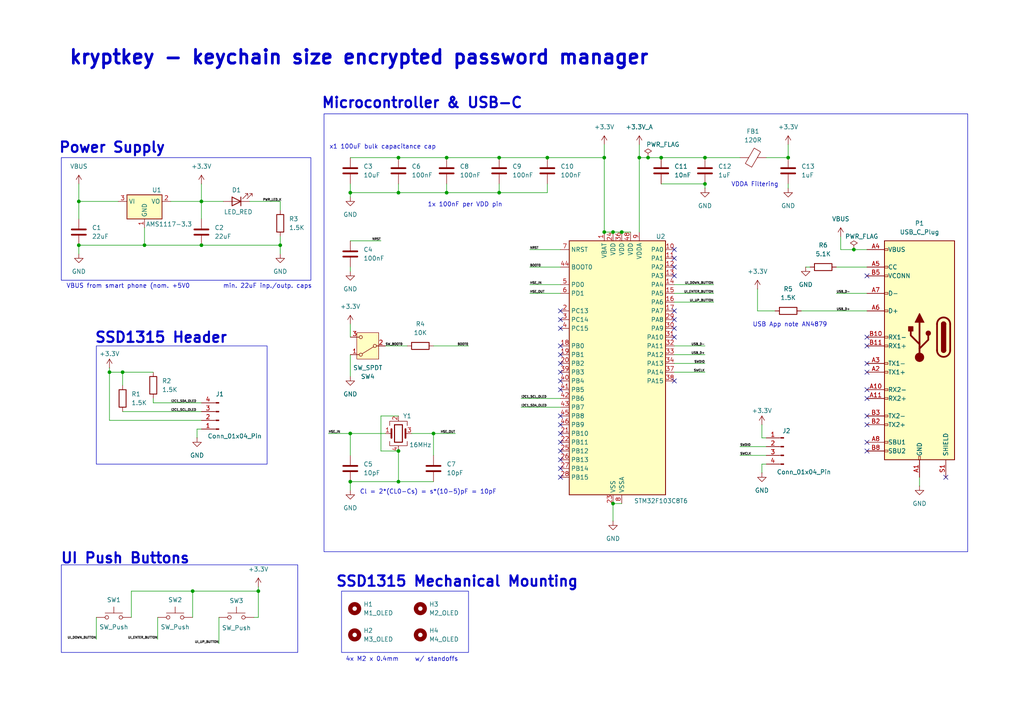
<source format=kicad_sch>
(kicad_sch (version 20231120) (generator "eeschema") (generator_version "8.0")
  (paper "A4")
  (title_block (title "kryptkey ") (date "2024-09-20") (rev "v0.1") (company "A.Q.Snyder"))
  (lib_symbols
    (symbol "Connector:Conn_01x04_Pin" (pin_names (offset 1.016) hide)
      (property "Reference" "J" (at 0 5.08 0))
      (property "Value" "Conn_01x04_Pin" (at 0 -7.62 0))
      (symbol "Conn_01x04_Pin_1_1"
        (polyline (pts (xy 1.27 -5.08) (xy 0.8636 -5.08)) (stroke (width 0.1524)))
        (polyline (pts (xy 1.27 -2.54) (xy 0.8636 -2.54)) (stroke (width 0.1524)))
        (polyline (pts (xy 1.27 0) (xy 0.8636 0)) (stroke (width 0.1524)))
        (polyline (pts (xy 1.27 2.54) (xy 0.8636 2.54)) (stroke (width 0.1524)))
        (rectangle (start 0.8636 -4.953) (end 0 -5.207) (stroke (width 0.1524)) (fill (type outline)))
        (rectangle (start 0.8636 -2.413) (end 0 -2.667) (stroke (width 0.1524)) (fill (type outline)))
        (rectangle (start 0.8636 0.127) (end 0 -0.127) (stroke (width 0.1524)) (fill (type outline)))
        (rectangle (start 0.8636 2.667) (end 0 2.413) (stroke (width 0.1524)) (fill (type outline)))
        (pin passive line (at 5.08 2.54 180) (length 3.81) (name "Pin_1") (number "1"))
        (pin passive line (at 5.08 0 180) (length 3.81) (name "Pin_2") (number "2"))
        (pin passive line (at 5.08 -2.54 180) (length 3.81) (name "Pin_3") (number "3"))
        (pin passive line (at 5.08 -5.08 180) (length 3.81) (name "Pin_4") (number "4"))
      )
    )
    (symbol "Connector:USB_C_Plug" (pin_names (offset 1.016))
      (property "Reference" "P" (at -10.16 29.21 0))
      (property "Value" "USB_C_Plug" (at 10.16 29.21 0))
      (symbol "USB_C_Plug_0_0"
        (rectangle (start -0.254 -35.56) (end 0.254 -34.544))
        (rectangle (start 10.16 -32.766) (end 9.144 -33.274))
        (rectangle (start 10.16 -30.226) (end 9.144 -30.734))
        (rectangle (start 10.16 -25.146) (end 9.144 -25.654))
        (rectangle (start 10.16 -22.606) (end 9.144 -23.114))
        (rectangle (start 10.16 -17.526) (end 9.144 -18.034))
        (rectangle (start 10.16 -14.986) (end 9.144 -15.494))
        (rectangle (start 10.16 -9.906) (end 9.144 -10.414))
        (rectangle (start 10.16 -7.366) (end 9.144 -7.874))
        (rectangle (start 10.16 -2.286) (end 9.144 -2.794))
        (rectangle (start 10.16 0.254) (end 9.144 -0.254))
        (rectangle (start 10.16 7.874) (end 9.144 7.366))
        (rectangle (start 10.16 12.954) (end 9.144 12.446))
        (rectangle (start 10.16 18.034) (end 9.144 17.526))
        (rectangle (start 10.16 20.574) (end 9.144 20.066))
        (rectangle (start 10.16 25.654) (end 9.144 25.146))
      )
      (symbol "USB_C_Plug_0_1"
        (rectangle (start -10.16 27.94) (end 10.16 -35.56) (stroke (width 0.254)) (fill (type background)))
        (arc (start -8.89 -3.81) (mid -6.985 -5.7067) (end -5.08 -3.81) (stroke (width 0.508)))
        (arc (start -7.62 -3.81) (mid -6.985 -4.4423) (end -6.35 -3.81) (stroke (width 0.254)))
        (arc (start -7.62 -3.81) (mid -6.985 -4.4423) (end -6.35 -3.81) (stroke (width 0.254)) (fill (type outline)))
        (rectangle (start -7.62 -3.81) (end -6.35 3.81) (stroke (width 0.254)) (fill (type outline)))
        (arc (start -6.35 3.81) (mid -6.985 4.4423) (end -7.62 3.81) (stroke (width 0.254)))
        (arc (start -6.35 3.81) (mid -6.985 4.4423) (end -7.62 3.81) (stroke (width 0.254)) (fill (type outline)))
        (arc (start -5.08 3.81) (mid -6.985 5.7067) (end -8.89 3.81) (stroke (width 0.508)))
        (polyline (pts (xy -8.89 -3.81) (xy -8.89 3.81)) (stroke (width 0.508)))
        (polyline (pts (xy -5.08 3.81) (xy -5.08 -3.81)) (stroke (width 0.508)))
      )
      (symbol "USB_C_Plug_1_1"
        (circle (center -2.54 1.143) (radius 0.635) (stroke (width 0.254)) (fill (type outline)))
        (circle (center 0 -5.842) (radius 1.27) (fill (type outline)))
        (polyline (pts (xy 0 -5.842) (xy 0 4.318)) (stroke (width 0.508)))
        (polyline (pts (xy 0 -3.302) (xy -2.54 -0.762) (xy -2.54 0.508)) (stroke (width 0.508)))
        (polyline (pts (xy 0 -2.032) (xy 2.54 0.508) (xy 2.54 1.778)) (stroke (width 0.508)))
        (polyline (pts (xy -1.27 4.318) (xy 0 6.858) (xy 1.27 4.318) (xy -1.27 4.318)) (stroke (width 0.254)) (fill (type outline)))
        (rectangle (start 1.905 1.778) (end 3.175 3.048) (stroke (width 0.254)) (fill (type outline)))
        (pin passive line (at 0 -40.64 90) (length 5.08) (name "GND") (number "A1"))
        (pin bidirectional line (at 15.24 -15.24 180) (length 5.08) (name "RX2-") (number "A10"))
        (pin bidirectional line (at 15.24 -17.78 180) (length 5.08) (name "RX2+") (number "A11"))
        (pin passive line (at 0 -40.64 90) (length 5.08) hide (name "GND") (number "A12"))
        (pin bidirectional line (at 15.24 -10.16 180) (length 5.08) (name "TX1+") (number "A2"))
        (pin bidirectional line (at 15.24 -7.62 180) (length 5.08) (name "TX1-") (number "A3"))
        (pin passive line (at 15.24 25.4 180) (length 5.08) (name "VBUS") (number "A4"))
        (pin bidirectional line (at 15.24 20.32 180) (length 5.08) (name "CC") (number "A5"))
        (pin bidirectional line (at 15.24 7.62 180) (length 5.08) (name "D+") (number "A6"))
        (pin bidirectional line (at 15.24 12.7 180) (length 5.08) (name "D-") (number "A7"))
        (pin bidirectional line (at 15.24 -30.48 180) (length 5.08) (name "SBU1") (number "A8"))
        (pin passive line (at 15.24 25.4 180) (length 5.08) hide (name "VBUS") (number "A9"))
        (pin passive line (at 0 -40.64 90) (length 5.08) hide (name "GND") (number "B1"))
        (pin bidirectional line (at 15.24 0 180) (length 5.08) (name "RX1-") (number "B10"))
        (pin bidirectional line (at 15.24 -2.54 180) (length 5.08) (name "RX1+") (number "B11"))
        (pin passive line (at 0 -40.64 90) (length 5.08) hide (name "GND") (number "B12"))
        (pin bidirectional line (at 15.24 -25.4 180) (length 5.08) (name "TX2+") (number "B2"))
        (pin bidirectional line (at 15.24 -22.86 180) (length 5.08) (name "TX2-") (number "B3"))
        (pin passive line (at 15.24 25.4 180) (length 5.08) hide (name "VBUS") (number "B4"))
        (pin bidirectional line (at 15.24 17.78 180) (length 5.08) (name "VCONN") (number "B5"))
        (pin bidirectional line (at 15.24 -33.02 180) (length 5.08) (name "SBU2") (number "B8"))
        (pin passive line (at 15.24 25.4 180) (length 5.08) hide (name "VBUS") (number "B9"))
        (pin passive line (at -7.62 -40.64 90) (length 5.08) (name "SHIELD") (number "S1"))
      )
    )
    (symbol "Device:C" (pin_numbers hide) (pin_names (offset 0.254))
      (property "Reference" "C" (at 0.635 2.54 0))
      (property "Value" "C" (at 0.635 -2.54 0))
      (symbol "C_0_1"
        (polyline (pts (xy -2.032 -0.762) (xy 2.032 -0.762)) (stroke (width 0.508)))
        (polyline (pts (xy -2.032 0.762) (xy 2.032 0.762)) (stroke (width 0.508)))
      )
      (symbol "C_1_1"
        (pin passive line (at 0 3.81 270) (length 2.794) (name "~") (number "1"))
        (pin passive line (at 0 -3.81 90) (length 2.794) (name "~") (number "2"))
      )
    )
    (symbol "Device:Crystal_GND24" (pin_names (offset 1.016) hide)
      (property "Reference" "Y" (at 3.175 5.08 0))
      (property "Value" "Crystal_GND24" (at 3.175 3.175 0))
      (symbol "Crystal_GND24_0_1"
        (rectangle (start -1.143 2.54) (end 1.143 -2.54) (stroke (width 0.3048)))
        (polyline (pts (xy -2.54 0) (xy -2.032 0)))
        (polyline (pts (xy -2.032 -1.27) (xy -2.032 1.27)) (stroke (width 0.508)))
        (polyline (pts (xy 0 -3.81) (xy 0 -3.556)))
        (polyline (pts (xy 0 3.556) (xy 0 3.81)))
        (polyline (pts (xy 2.032 -1.27) (xy 2.032 1.27)) (stroke (width 0.508)))
        (polyline (pts (xy 2.032 0) (xy 2.54 0)))
        (polyline (pts (xy -2.54 -2.286) (xy -2.54 -3.556) (xy 2.54 -3.556) (xy 2.54 -2.286)))
        (polyline (pts (xy -2.54 2.286) (xy -2.54 3.556) (xy 2.54 3.556) (xy 2.54 2.286)))
      )
      (symbol "Crystal_GND24_1_1"
        (pin passive line (at -3.81 0 0) (length 1.27) (name "1") (number "1"))
        (pin passive line (at 0 5.08 270) (length 1.27) (name "2") (number "2"))
        (pin passive line (at 3.81 0 180) (length 1.27) (name "3") (number "3"))
        (pin passive line (at 0 -5.08 90) (length 1.27) (name "4") (number "4"))
      )
    )
    (symbol "Device:FerriteBead" (pin_numbers hide) (pin_names (offset 0))
      (property "Reference" "FB" (at -3.81 0.635 90))
      (property "Value" "FerriteBead" (at 3.81 0 90))
      (symbol "FerriteBead_0_1"
        (polyline (pts (xy 0 -1.27) (xy 0 -1.2192)))
        (polyline (pts (xy 0 1.27) (xy 0 1.2954)))
        (polyline (pts (xy -2.7686 0.4064) (xy -1.7018 2.2606) (xy 2.7686 -0.3048) (xy 1.6764 -2.159) (xy -2.7686 0.4064)))
      )
      (symbol "FerriteBead_1_1"
        (pin passive line (at 0 3.81 270) (length 2.54) (name "~") (number "1"))
        (pin passive line (at 0 -3.81 90) (length 2.54) (name "~") (number "2"))
      )
    )
    (symbol "Device:LED" (pin_numbers hide) (pin_names (offset 1.016) hide)
      (property "Reference" "D" (at 0 2.54 0))
      (property "Value" "LED" (at 0 -2.54 0))
      (symbol "LED_0_1"
        (polyline (pts (xy -1.27 -1.27) (xy -1.27 1.27)) (stroke (width 0.254)))
        (polyline (pts (xy -1.27 0) (xy 1.27 0)))
        (polyline (pts (xy 1.27 -1.27) (xy 1.27 1.27) (xy -1.27 0) (xy 1.27 -1.27)) (stroke (width 0.254)))
        (polyline (pts (xy -3.048 -0.762) (xy -4.572 -2.286) (xy -3.81 -2.286) (xy -4.572 -2.286) (xy -4.572 -1.524)))
        (polyline (pts (xy -1.778 -0.762) (xy -3.302 -2.286) (xy -2.54 -2.286) (xy -3.302 -2.286) (xy -3.302 -1.524)))
      )
      (symbol "LED_1_1"
        (pin passive line (at -3.81 0 0) (length 2.54) (name "K") (number "1"))
        (pin passive line (at 3.81 0 180) (length 2.54) (name "A") (number "2"))
      )
    )
    (symbol "Device:R" (pin_numbers hide) (pin_names (offset 0))
      (property "Reference" "R" (at 2.032 0 90))
      (property "Value" "R" (at 0 0 90))
      (symbol "R_0_1"
        (rectangle (start -1.016 -2.54) (end 1.016 2.54) (stroke (width 0.254)))
      )
      (symbol "R_1_1"
        (pin passive line (at 0 3.81 270) (length 1.27) (name "~") (number "1"))
        (pin passive line (at 0 -3.81 90) (length 1.27) (name "~") (number "2"))
      )
    )
    (symbol "MCU_ST_STM32F1:STM32F103C8Tx"
      (property "Reference" "U" (at -12.7 39.37 0))
      (property "Value" "STM32F103C8Tx" (at 10.16 39.37 0))
      (symbol "STM32F103C8Tx_0_1"
        (rectangle (start -12.7 -35.56) (end 15.24 38.1) (stroke (width 0.254)) (fill (type background)))
      )
      (symbol "STM32F103C8Tx_1_1"
        (pin power_in line (at -2.54 40.64 270) (length 2.54) (name "VBAT") (number "1"))
        (pin bidirectional line (at 17.78 35.56 180) (length 2.54) (name "PA0") (number "10"))
        (pin bidirectional line (at 17.78 33.02 180) (length 2.54) (name "PA1") (number "11"))
        (pin bidirectional line (at 17.78 30.48 180) (length 2.54) (name "PA2") (number "12"))
        (pin bidirectional line (at 17.78 27.94 180) (length 2.54) (name "PA3") (number "13"))
        (pin bidirectional line (at 17.78 25.4 180) (length 2.54) (name "PA4") (number "14"))
        (pin bidirectional line (at 17.78 22.86 180) (length 2.54) (name "PA5") (number "15"))
        (pin bidirectional line (at 17.78 20.32 180) (length 2.54) (name "PA6") (number "16"))
        (pin bidirectional line (at 17.78 17.78 180) (length 2.54) (name "PA7") (number "17"))
        (pin bidirectional line (at -15.24 7.62 0) (length 2.54) (name "PB0") (number "18"))
        (pin bidirectional line (at -15.24 5.08 0) (length 2.54) (name "PB1") (number "19"))
        (pin bidirectional line (at -15.24 17.78 0) (length 2.54) (name "PC13") (number "2"))
        (pin bidirectional line (at -15.24 2.54 0) (length 2.54) (name "PB2") (number "20"))
        (pin bidirectional line (at -15.24 -17.78 0) (length 2.54) (name "PB10") (number "21"))
        (pin bidirectional line (at -15.24 -20.32 0) (length 2.54) (name "PB11") (number "22"))
        (pin power_in line (at 0 -38.1 90) (length 2.54) (name "VSS") (number "23"))
        (pin power_in line (at 0 40.64 270) (length 2.54) (name "VDD") (number "24"))
        (pin bidirectional line (at -15.24 -22.86 0) (length 2.54) (name "PB12") (number "25"))
        (pin bidirectional line (at -15.24 -25.4 0) (length 2.54) (name "PB13") (number "26"))
        (pin bidirectional line (at -15.24 -27.94 0) (length 2.54) (name "PB14") (number "27"))
        (pin bidirectional line (at -15.24 -30.48 0) (length 2.54) (name "PB15") (number "28"))
        (pin bidirectional line (at 17.78 15.24 180) (length 2.54) (name "PA8") (number "29"))
        (pin bidirectional line (at -15.24 15.24 0) (length 2.54) (name "PC14") (number "3"))
        (pin bidirectional line (at 17.78 12.7 180) (length 2.54) (name "PA9") (number "30"))
        (pin bidirectional line (at 17.78 10.16 180) (length 2.54) (name "PA10") (number "31"))
        (pin bidirectional line (at 17.78 7.62 180) (length 2.54) (name "PA11") (number "32"))
        (pin bidirectional line (at 17.78 5.08 180) (length 2.54) (name "PA12") (number "33"))
        (pin bidirectional line (at 17.78 2.54 180) (length 2.54) (name "PA13") (number "34"))
        (pin passive line (at 0 -38.1 90) (length 2.54) hide (name "VSS") (number "35"))
        (pin power_in line (at 2.54 40.64 270) (length 2.54) (name "VDD") (number "36"))
        (pin bidirectional line (at 17.78 0 180) (length 2.54) (name "PA14") (number "37"))
        (pin bidirectional line (at 17.78 -2.54 180) (length 2.54) (name "PA15") (number "38"))
        (pin bidirectional line (at -15.24 0 0) (length 2.54) (name "PB3") (number "39"))
        (pin bidirectional line (at -15.24 12.7 0) (length 2.54) (name "PC15") (number "4"))
        (pin bidirectional line (at -15.24 -2.54 0) (length 2.54) (name "PB4") (number "40"))
        (pin bidirectional line (at -15.24 -5.08 0) (length 2.54) (name "PB5") (number "41"))
        (pin bidirectional line (at -15.24 -7.62 0) (length 2.54) (name "PB6") (number "42"))
        (pin bidirectional line (at -15.24 -10.16 0) (length 2.54) (name "PB7") (number "43"))
        (pin input line (at -15.24 30.48 0) (length 2.54) (name "BOOT0") (number "44"))
        (pin bidirectional line (at -15.24 -12.7 0) (length 2.54) (name "PB8") (number "45"))
        (pin bidirectional line (at -15.24 -15.24 0) (length 2.54) (name "PB9") (number "46"))
        (pin passive line (at 0 -38.1 90) (length 2.54) hide (name "VSS") (number "47"))
        (pin power_in line (at 5.08 40.64 270) (length 2.54) (name "VDD") (number "48"))
        (pin bidirectional line (at -15.24 25.4 0) (length 2.54) (name "PD0") (number "5"))
        (pin bidirectional line (at -15.24 22.86 0) (length 2.54) (name "PD1") (number "6"))
        (pin input line (at -15.24 35.56 0) (length 2.54) (name "NRST") (number "7"))
        (pin power_in line (at 2.54 -38.1 90) (length 2.54) (name "VSSA") (number "8"))
        (pin power_in line (at 7.62 40.64 270) (length 2.54) (name "VDDA") (number "9"))
      )
    )
    (symbol "Mechanical:MountingHole" (pin_names (offset 1.016)) (exclude_from_sim yes) (in_bom no)
      (property "Reference" "H" (at 0 5.08 0))
      (property "Value" "MountingHole" (at 0 3.175 0))
      (symbol "MountingHole_0_1"
        (circle (center 0 0) (radius 1.27) (stroke (width 1.27)))
      )
    )
    (symbol "Regulator_Linear:AMS1117-3.3"
      (property "Reference" "U" (at -3.81 3.175 0))
      (property "Value" "AMS1117-3.3" (at 0 3.175 0))
      (symbol "AMS1117-3.3_0_1"
        (rectangle (start -5.08 -5.08) (end 5.08 1.905) (stroke (width 0.254)) (fill (type background)))
      )
      (symbol "AMS1117-3.3_1_1"
        (pin power_in line (at 0 -7.62 90) (length 2.54) (name "GND") (number "1"))
        (pin power_out line (at 7.62 0 180) (length 2.54) (name "VO") (number "2"))
        (pin power_in line (at -7.62 0 0) (length 2.54) (name "VI") (number "3"))
      )
    )
    (symbol "Switch:SW_Push" (pin_numbers hide) (pin_names (offset 1.016) hide)
      (property "Reference" "SW" (at 1.27 2.54 0))
      (property "Value" "SW_Push" (at 0 -1.524 0))
      (symbol "SW_Push_0_1"
        (circle (center -2.032 0) (radius 0.508))
        (polyline (pts (xy 0 1.27) (xy 0 3.048)))
        (polyline (pts (xy 2.54 1.27) (xy -2.54 1.27)))
        (circle (center 2.032 0) (radius 0.508))
        (pin passive line (at -5.08 0 0) (length 2.54) (name "1") (number "1"))
        (pin passive line (at 5.08 0 180) (length 2.54) (name "2") (number "2"))
      )
    )
    (symbol "Switch:SW_SPDT" (pin_names (offset 0) hide)
      (property "Reference" "SW" (at 0 5.08 0))
      (property "Value" "SW_SPDT" (at 0 -5.08 0))
      (symbol "SW_SPDT_0_1"
        (circle (center -2.032 0) (radius 0.4572))
        (polyline (pts (xy -1.651 0.254) (xy 1.651 2.286)))
        (circle (center 2.032 -2.54) (radius 0.4572))
        (circle (center 2.032 2.54) (radius 0.4572))
      )
      (symbol "SW_SPDT_1_1"
        (rectangle (start -3.175 3.81) (end 3.175 -3.81) (fill (type background)))
        (pin passive line (at 5.08 2.54 180) (length 2.54) (name "A") (number "1"))
        (pin passive line (at -5.08 0 0) (length 2.54) (name "B") (number "2"))
        (pin passive line (at 5.08 -2.54 180) (length 2.54) (name "C") (number "3"))
      )
    )
    (symbol "power:+3.3V" (power) (pin_numbers hide) (pin_names (offset 0) hide)
      (property "Value" "+3.3V" (at 0 3.556 0))
      (symbol "+3.3V_0_1"
        (polyline (pts (xy -0.762 1.27) (xy 0 2.54)))
        (polyline (pts (xy 0 0) (xy 0 2.54)))
        (polyline (pts (xy 0 2.54) (xy 0.762 1.27)))
      )
      (symbol "+3.3V_1_1"
        (pin power_in line (at 0 0 90) (length 0) (name "~") (number "1"))
      )
    )
    (symbol "power:GND" (power) (pin_numbers hide) (pin_names (offset 0) hide)
      (property "Value" "GND" (at 0 -3.81 0))
      (symbol "GND_0_1"
        (polyline (pts (xy 0 0) (xy 0 -1.27) (xy 1.27 -1.27) (xy 0 -2.54) (xy -1.27 -1.27) (xy 0 -1.27)))
      )
      (symbol "GND_1_1"
        (pin power_in line (at 0 0 270) (length 0) (name "~") (number "1"))
      )
    )
    (symbol "power:PWR_FLAG" (power) (pin_numbers hide) (pin_names (offset 0) hide)
      (property "Value" "PWR_FLAG" (at 0 3.81 0))
      (symbol "PWR_FLAG_0_0"
        (pin power_out line (at 0 0 90) (length 0) (name "~") (number "1"))
      )
      (symbol "PWR_FLAG_0_1"
        (polyline (pts (xy 0 0) (xy 0 1.27) (xy -1.016 1.905) (xy 0 2.54) (xy 1.016 1.905) (xy 0 1.27)))
      )
    )
    (symbol "power:VBUS" (power) (pin_numbers hide) (pin_names (offset 0) hide)
      (property "Value" "VBUS" (at 0 3.556 0))
      (symbol "VBUS_0_1"
        (polyline (pts (xy -0.762 1.27) (xy 0 2.54)))
        (polyline (pts (xy 0 0) (xy 0 2.54)))
        (polyline (pts (xy 0 2.54) (xy 0.762 1.27)))
      )
      (symbol "VBUS_1_1"
        (pin power_in line (at 0 0 90) (length 0) (name "~") (number "1"))
      )
    )
  )
  (junction (at 125.73 125.73))
  (junction (at 81.28 71.12))
  (junction (at 41.91 71.12))
  (junction (at 144.78 55.88))
  (junction (at 74.93 171.45))
  (junction (at 191.77 45.72))
  (junction (at 185.42 45.72))
  (junction (at 101.6 125.73))
  (junction (at 22.86 58.42))
  (junction (at 101.6 139.7))
  (junction (at 247.65 72.39))
  (junction (at 31.75 107.95))
  (junction (at 204.47 45.72))
  (junction (at 22.86 71.12))
  (junction (at 115.57 55.88))
  (junction (at 115.57 139.7))
  (junction (at 144.78 45.72))
  (junction (at 129.54 55.88))
  (junction (at 187.96 45.72))
  (junction (at 58.42 71.12))
  (junction (at 180.34 67.31))
  (junction (at 175.26 45.72))
  (junction (at 101.6 55.88))
  (junction (at 228.6 45.72))
  (junction (at 175.26 67.31))
  (junction (at 115.57 45.72))
  (junction (at 204.47 53.34))
  (junction (at 177.8 146.05))
  (junction (at 115.57 130.81))
  (junction (at 58.42 58.42))
  (junction (at 55.88 171.45))
  (junction (at 158.75 45.72))
  (junction (at 129.54 45.72))
  (junction (at 177.8 67.31))
  (junction (at 35.56 107.95))
  (no_connect (at 195.58 77.47))
  (no_connect (at 162.56 95.25))
  (no_connect (at 162.56 128.27))
  (no_connect (at 251.46 115.57))
  (no_connect (at 195.58 80.01))
  (no_connect (at 162.56 113.03))
  (no_connect (at 251.46 97.79))
  (no_connect (at 162.56 90.17))
  (no_connect (at 162.56 138.43))
  (no_connect (at 251.46 80.01))
  (no_connect (at 251.46 120.65))
  (no_connect (at 162.56 120.65))
  (no_connect (at 195.58 74.93))
  (no_connect (at 195.58 72.39))
  (no_connect (at 251.46 105.41))
  (no_connect (at 162.56 102.87))
  (no_connect (at 162.56 125.73))
  (no_connect (at 195.58 97.79))
  (no_connect (at 162.56 123.19))
  (no_connect (at 162.56 130.81))
  (no_connect (at 195.58 95.25))
  (no_connect (at 274.32 138.43))
  (no_connect (at 251.46 107.95))
  (no_connect (at 251.46 100.33))
  (no_connect (at 195.58 110.49))
  (no_connect (at 251.46 113.03))
  (no_connect (at 162.56 107.95))
  (no_connect (at 251.46 123.19))
  (no_connect (at 162.56 133.35))
  (no_connect (at 162.56 100.33))
  (no_connect (at 195.58 90.17))
  (no_connect (at 162.56 135.89))
  (no_connect (at 195.58 92.71))
  (no_connect (at 162.56 105.41))
  (no_connect (at 251.46 128.27))
  (no_connect (at 162.56 92.71))
  (no_connect (at 162.56 110.49))
  (no_connect (at 251.46 130.81))
  (wire (pts (xy 115.57 45.72) (xy 129.54 45.72)))
  (wire (pts (xy 35.56 107.95) (xy 35.56 111.76)))
  (wire (pts (xy 38.1 179.07) (xy 38.1 171.45)))
  (wire (pts (xy 55.88 171.45) (xy 74.93 171.45)))
  (wire (pts (xy 204.47 45.72) (xy 214.63 45.72)))
  (wire (pts (xy 125.73 139.7) (xy 115.57 139.7)))
  (wire (pts (xy 31.75 106.68) (xy 31.75 107.95)))
  (wire (pts (xy 129.54 53.34) (xy 129.54 55.88)))
  (wire (pts (xy 44.45 107.95) (xy 35.56 107.95)))
  (wire (pts (xy 115.57 139.7) (xy 115.57 130.81)))
  (wire (pts (xy 129.54 45.72) (xy 144.78 45.72)))
  (wire (pts (xy 180.34 67.31) (xy 182.88 67.31)))
  (wire (pts (xy 247.65 72.39) (xy 251.46 72.39)))
  (wire (pts (xy 204.47 53.34) (xy 204.47 54.61)))
  (wire (pts (xy 195.58 107.95) (xy 204.47 107.95)))
  (wire (pts (xy 81.28 60.96) (xy 81.28 58.42)))
  (wire (pts (xy 101.6 69.85) (xy 110.49 69.85)))
  (wire (pts (xy 195.58 100.33) (xy 204.47 100.33)))
  (wire (pts (xy 187.96 45.72) (xy 191.77 45.72)))
  (wire (pts (xy 175.26 67.31) (xy 177.8 67.31)))
  (wire (pts (xy 35.56 119.38) (xy 58.42 119.38)))
  (wire (pts (xy 101.6 139.7) (xy 115.57 139.7)))
  (wire (pts (xy 22.86 71.12) (xy 41.91 71.12)))
  (wire (pts (xy 35.56 107.95) (xy 31.75 107.95)))
  (wire (pts (xy 242.57 85.09) (xy 251.46 85.09)))
  (wire (pts (xy 41.91 66.04) (xy 41.91 71.12)))
  (wire (pts (xy 144.78 45.72) (xy 158.75 45.72)))
  (wire (pts (xy 44.45 116.84) (xy 44.45 115.57)))
  (wire (pts (xy 31.75 121.92) (xy 58.42 121.92)))
  (wire (pts (xy 81.28 58.42) (xy 72.39 58.42)))
  (wire (pts (xy 101.6 55.88) (xy 115.57 55.88)))
  (wire (pts (xy 22.86 63.5) (xy 22.86 58.42)))
  (wire (pts (xy 158.75 55.88) (xy 158.75 53.34)))
  (wire (pts (xy 195.58 82.55) (xy 207.01 82.55)))
  (wire (pts (xy 58.42 71.12) (xy 81.28 71.12)))
  (wire (pts (xy 185.42 41.91) (xy 185.42 45.72)))
  (wire (pts (xy 158.75 45.72) (xy 175.26 45.72)))
  (wire (pts (xy 242.57 77.47) (xy 251.46 77.47)))
  (wire (pts (xy 220.98 127) (xy 220.98 123.19)))
  (wire (pts (xy 81.28 73.66) (xy 81.28 71.12)))
  (wire (pts (xy 58.42 58.42) (xy 64.77 58.42)))
  (wire (pts (xy 220.98 134.62) (xy 220.98 137.16)))
  (wire (pts (xy 58.42 124.46) (xy 57.15 124.46)))
  (wire (pts (xy 177.8 146.05) (xy 177.8 151.13)))
  (wire (pts (xy 27.94 179.07) (xy 27.94 185.42)))
  (wire (pts (xy 153.67 77.47) (xy 162.56 77.47)))
  (wire (pts (xy 243.84 72.39) (xy 243.84 68.58)))
  (wire (pts (xy 101.6 125.73) (xy 101.6 132.08)))
  (wire (pts (xy 74.93 171.45) (xy 74.93 179.07)))
  (wire (pts (xy 38.1 171.45) (xy 55.88 171.45)))
  (wire (pts (xy 224.79 90.17) (xy 219.71 90.17)))
  (wire (pts (xy 31.75 107.95) (xy 31.75 121.92)))
  (wire (pts (xy 220.98 127) (xy 222.25 127)))
  (wire (pts (xy 195.58 85.09) (xy 207.01 85.09)))
  (wire (pts (xy 153.67 72.39) (xy 162.56 72.39)))
  (wire (pts (xy 73.66 179.07) (xy 74.93 179.07)))
  (wire (pts (xy 243.84 72.39) (xy 247.65 72.39)))
  (wire (pts (xy 101.6 93.98) (xy 101.6 97.79)))
  (wire (pts (xy 266.7 138.43) (xy 266.7 140.97)))
  (wire (pts (xy 101.6 125.73) (xy 111.76 125.73)))
  (wire (pts (xy 115.57 55.88) (xy 129.54 55.88)))
  (wire (pts (xy 195.58 102.87) (xy 204.47 102.87)))
  (wire (pts (xy 162.56 85.09) (xy 153.67 85.09)))
  (wire (pts (xy 175.26 41.91) (xy 175.26 45.72)))
  (wire (pts (xy 125.73 125.73) (xy 125.73 132.08)))
  (wire (pts (xy 110.49 130.81) (xy 115.57 130.81)))
  (wire (pts (xy 232.41 90.17) (xy 251.46 90.17)))
  (wire (pts (xy 195.58 87.63) (xy 207.01 87.63)))
  (wire (pts (xy 101.6 45.72) (xy 115.57 45.72)))
  (wire (pts (xy 222.25 45.72) (xy 228.6 45.72)))
  (wire (pts (xy 177.8 146.05) (xy 180.34 146.05)))
  (wire (pts (xy 22.86 58.42) (xy 34.29 58.42)))
  (wire (pts (xy 191.77 45.72) (xy 204.47 45.72)))
  (wire (pts (xy 101.6 55.88) (xy 101.6 57.15)))
  (wire (pts (xy 74.93 170.18) (xy 74.93 171.45)))
  (wire (pts (xy 45.72 179.07) (xy 45.72 185.42)))
  (wire (pts (xy 214.63 129.54) (xy 222.25 129.54)))
  (wire (pts (xy 125.73 125.73) (xy 132.08 125.73)))
  (wire (pts (xy 81.28 68.58) (xy 81.28 71.12)))
  (wire (pts (xy 101.6 102.87) (xy 101.6 109.22)))
  (wire (pts (xy 119.38 125.73) (xy 125.73 125.73)))
  (wire (pts (xy 44.45 116.84) (xy 58.42 116.84)))
  (wire (pts (xy 111.76 100.33) (xy 118.11 100.33)))
  (wire (pts (xy 233.68 77.47) (xy 234.95 77.47)))
  (wire (pts (xy 195.58 105.41) (xy 204.47 105.41)))
  (wire (pts (xy 58.42 53.34) (xy 58.42 58.42)))
  (wire (pts (xy 58.42 58.42) (xy 58.42 63.5)))
  (wire (pts (xy 129.54 55.88) (xy 144.78 55.88)))
  (wire (pts (xy 95.25 125.73) (xy 101.6 125.73)))
  (wire (pts (xy 63.5 179.07) (xy 63.5 186.69)))
  (wire (pts (xy 177.8 67.31) (xy 180.34 67.31)))
  (wire (pts (xy 55.88 171.45) (xy 55.88 179.07)))
  (wire (pts (xy 228.6 53.34) (xy 228.6 54.61)))
  (wire (pts (xy 219.71 90.17) (xy 219.71 83.82)))
  (wire (pts (xy 191.77 53.34) (xy 204.47 53.34)))
  (wire (pts (xy 115.57 120.65) (xy 110.49 120.65)))
  (wire (pts (xy 185.42 45.72) (xy 187.96 45.72)))
  (wire (pts (xy 125.73 100.33) (xy 135.89 100.33)))
  (wire (pts (xy 151.13 118.11) (xy 162.56 118.11)))
  (wire (pts (xy 228.6 41.91) (xy 228.6 45.72)))
  (wire (pts (xy 110.49 120.65) (xy 110.49 130.81)))
  (wire (pts (xy 101.6 139.7) (xy 101.6 142.24)))
  (wire (pts (xy 101.6 77.47) (xy 101.6 78.74)))
  (wire (pts (xy 214.63 132.08) (xy 222.25 132.08)))
  (wire (pts (xy 153.67 82.55) (xy 162.56 82.55)))
  (wire (pts (xy 22.86 53.34) (xy 22.86 58.42)))
  (wire (pts (xy 49.53 58.42) (xy 58.42 58.42)))
  (wire (pts (xy 175.26 45.72) (xy 175.26 67.31)))
  (wire (pts (xy 101.6 53.34) (xy 101.6 55.88)))
  (wire (pts (xy 57.15 124.46) (xy 57.15 127)))
  (wire (pts (xy 144.78 53.34) (xy 144.78 55.88)))
  (wire (pts (xy 41.91 71.12) (xy 58.42 71.12)))
  (wire (pts (xy 185.42 45.72) (xy 185.42 67.31)))
  (wire (pts (xy 22.86 71.12) (xy 22.86 73.66)))
  (wire (pts (xy 220.98 134.62) (xy 222.25 134.62)))
  (wire (pts (xy 144.78 55.88) (xy 158.75 55.88)))
  (wire (pts (xy 151.13 115.57) (xy 162.56 115.57)))
  (wire (pts (xy 115.57 53.34) (xy 115.57 55.88)))
  (rectangle (start 17.78 45.72) (end 90.17 81.28))
  (rectangle (start 17.78 163.83) (end 86.36 189.23))
  (rectangle (start 93.98 33.02) (end 280.67 160.02))
  (rectangle (start 99.06 171.45) (end 135.89 189.23))
  (rectangle (start 27.94 100.33) (end 77.47 134.62))
  (text "VDDA Filtering\n" (at 218.948 53.594 0) (effects (font (size 1.27 1.27))))
  (text "1x 100nF per VDD pin" (at 134.874 59.436 0) (effects (font (size 1.27 1.27))))
  (text "USB App note AN4879" (at 229.108 94.234 0) (effects (font (size 1.27 1.27))))
  (text "Cl = 2*(CL0-Cs) = s*(10-5)pF = 10pF" (at 124.206 142.748 0) (effects (font (size 1.27 1.27))))
  (text "SSD1315 Header\n" (at 46.736 98.044 0) (effects (font (size 3 3) (thickness 0.6) (bold yes))))
  (text "4x M2 x 0.4mm	w/ standoffs" (at 116.586 191.262 0) (effects (font (size 1.27 1.27))))
  (text "SSD1315 Mechanical Mounting\n\n" (at 132.588 171.196 0) (effects (font (size 3 3) (thickness 0.6) (bold yes))))
  (text "UI Push Buttons\n" (at 36.322 162.052 0) (effects (font (size 3 3) (thickness 0.6) (bold yes))))
  (text "Power Supply\n" (at 32.512 42.926 0) (effects (font (size 3 3) (thickness 0.6) (bold yes))))
  (text "kryptkey - keychain size encrypted password manager" (at 104.14 16.764 0) (effects (font (size 4 4) (thickness 0.8) (bold yes))))
  (text "Microcontroller & USB-C\n" (at 122.428 29.972 0) (effects (font (size 3 3) (thickness 0.6) (bold yes))))
  (text "VBUS from smart phone (nom. +5V0	min. 22uF inp./outp. caps" (at 54.864 83.058 0) (effects (font (size 1.27 1.27))))
  (text "x1 100uF bulk capacitance cap\n" (at 110.998 42.672 0) (effects (font (size 1.27 1.27))))
  (label "I2C1_SCL_OLED" (at 49.53 119.38 0) (effects (font (size 0.635 0.635))))
  (label "BOOT0" (at 135.89 100.33 180) (effects (font (size 0.635 0.635))))
  (label "SWCLK" (at 204.47 107.95 180) (effects (font (size 0.635 0.635))))
  (label "SWDIO" (at 214.63 129.54 0) (effects (font (size 0.635 0.635))))
  (label "UI_DOWN_BUTTON" (at 207.01 82.55 180) (effects (font (size 0.635 0.635))))
  (label "USB_D+" (at 242.57 90.17 0) (effects (font (size 0.635 0.635))))
  (label "UI_DOWN_BUTTON" (at 27.94 185.42 180) (effects (font (size 0.635 0.635))))
  (label "USB_D-" (at 204.47 100.33 180) (effects (font (size 0.635 0.635))))
  (label "SWCLK" (at 214.63 132.08 0) (effects (font (size 0.635 0.635))))
  (label "I2C1_SDA_OLED" (at 49.53 116.84 0) (effects (font (size 0.635 0.635))))
  (label "NRST" (at 110.49 69.85 180) (effects (font (size 0.635 0.635))))
  (label "HSE_OUT" (at 153.67 85.09 0) (effects (font (size 0.635 0.635))))
  (label "BOOT0" (at 153.67 77.47 0) (effects (font (size 0.635 0.635))))
  (label "HSE_OUT" (at 132.08 125.73 180) (effects (font (size 0.635 0.635))))
  (label "UI_UP_BUTTON" (at 63.5 186.69 180) (effects (font (size 0.635 0.635))))
  (label "NRST" (at 153.67 72.39 0) (effects (font (size 0.635 0.635))))
  (label "HSE_IN" (at 153.67 82.55 0) (effects (font (size 0.635 0.635))))
  (label "UI_ENTER_BUTTON" (at 207.01 85.09 180) (effects (font (size 0.635 0.635))))
  (label "SW_BOOT0" (at 111.76 100.33 0) (effects (font (size 0.635 0.635))))
  (label "UI_ENTER_BUTTON" (at 45.72 185.42 180) (effects (font (size 0.635 0.635))))
  (label "I2C1_SDA_OLED" (at 151.13 118.11 0) (effects (font (size 0.635 0.635))))
  (label "PWR_LED_K" (at 76.2 58.42 0) (effects (font (size 0.635 0.635))))
  (label "SWDIO" (at 204.47 105.41 180) (effects (font (size 0.635 0.635))))
  (label "UI_UP_BUTTON" (at 207.01 87.63 180) (effects (font (size 0.635 0.635))))
  (label "I2C1_SCL_OLED" (at 151.13 115.57 0) (effects (font (size 0.635 0.635))))
  (label "HSE_IN" (at 95.25 125.73 0) (effects (font (size 0.635 0.635))))
  (label "USB_D+" (at 204.47 102.87 180) (effects (font (size 0.635 0.635))))
  (label "USB_D-" (at 242.57 85.09 0) (effects (font (size 0.635 0.635))))
  (symbol (lib_id "Device:C") (at 191.77 49.53 0) (unit 1)
    (property "Reference" "C11" (at 195.58 48.2599 0) (effects (justify left)))
    (property "Value" "10nF" (at 195.58 50.7999 0) (effects (justify left)))
    (property "Footprint" "Capacitor_SMD:C_0603_1608Metric" (effects (hide yes)))
    (property "Description" "Unpolarized capacitor" (effects (hide yes)))
  )
  (symbol (lib_id "Device:R") (at 121.92 100.33 90) (unit 1)
    (property "Reference" "R4" (at 121.92 93.98 90))
    (property "Value" "10K" (at 121.92 96.52 90))
    (property "Footprint" "Resistor_SMD:R_0603_1608Metric" (effects (hide yes)))
    (property "Description" "Resistor" (effects (hide yes)))
  )
  (symbol (lib_id "Device:LED") (at 68.58 58.42 180) (unit 1)
    (property "Reference" "D1" (at 68.58 55.118 0))
    (property "Value" "LED_RED" (at 69.088 61.468 0))
    (property "Footprint" "LED_SMD:LED_0805_2012Metric" (effects (hide yes)))
    (property "Description" "Light emitting diode" (effects (hide yes)))
  )
  (symbol (lib_id "Device:R") (at 228.6 90.17 90) (unit 1)
    (property "Reference" "R5" (at 228.6 83.82 90))
    (property "Value" "1.5K" (at 228.6 86.36 90))
    (property "Footprint" "Resistor_SMD:R_0603_1608Metric" (effects (hide yes)))
    (property "Description" "Resistor" (effects (hide yes)))
  )
  (symbol (lib_id "Device:C") (at 101.6 135.89 0) (unit 1)
    (property "Reference" "C5" (at 105.41 134.6199 0) (effects (justify left)))
    (property "Value" "10pF" (at 105.41 137.1599 0) (effects (justify left)))
    (property "Footprint" "Capacitor_SMD:C_0603_1608Metric" (effects (hide yes)))
    (property "Description" "Unpolarized capacitor" (effects (hide yes)))
  )
  (symbol (lib_id "power:GND") (at 81.28 73.66 0) (unit 1)
    (property "Reference" "#PWR07" (effects (hide yes)))
    (property "Value" "GND" (at 81.28 78.74 0))
    (property "Description" "Power symbol creates a global label with name \"GND\" , ground" (effects (hide yes)))
  )
  (symbol (lib_id "Mechanical:MountingHole") (at 102.87 184.15 0) (unit 1) (exclude_from_sim yes) (in_bom no)
    (property "Reference" "H2" (at 105.41 182.8799 0) (effects (justify left)))
    (property "Value" "M3_OLED" (at 105.41 185.4199 0) (effects (justify left)))
    (property "Footprint" "MountingHole:MountingHole_2.5mm" (effects (hide yes)))
    (property "Description" "Mounting Hole without connection" (effects (hide yes)))
  )
  (symbol (lib_id "power:VBUS") (at 243.84 68.58 0) (unit 1)
    (property "Reference" "#PWR023" (effects (hide yes)))
    (property "Value" "VBUS" (at 243.84 63.5 0))
    (property "Description" "Power symbol creates a global label with name \"VBUS\"" (effects (hide yes)))
  )
  (symbol (lib_id "Connector:USB_C_Plug") (at 266.7 97.79 0) (mirror y) (unit 1)
    (property "Reference" "P1" (at 266.7 64.77 0))
    (property "Value" "USB_C_Plug" (at 266.7 67.31 0))
    (property "Footprint" "Connector_USB:USB_C_Plug_Molex_105444" (effects (hide yes)))
    (property "Datasheet" "https://www.usb.org/sites/default/files/documents/usb_type-c.zip" (effects (hide yes)))
    (property "Description" "USB Type-C Plug connector" (effects (hide yes)))
  )
  (symbol (lib_id "Device:C") (at 228.6 49.53 0) (unit 1)
    (property "Reference" "C13" (at 232.41 48.2599 0) (effects (justify left)))
    (property "Value" "1uF" (at 232.41 50.7999 0) (effects (justify left)))
    (property "Footprint" "Capacitor_SMD:C_0603_1608Metric" (effects (hide yes)))
    (property "Description" "Unpolarized capacitor" (effects (hide yes)))
  )
  (symbol (lib_id "Switch:SW_Push") (at 68.58 179.07 0) (unit 1)
    (property "Reference" "SW3" (at 68.58 174.244 0))
    (property "Value" "SW_Push" (at 68.58 182.118 0))
    (property "Description" "Push button switch, generic, two pins" (effects (hide yes)))
  )
  (symbol (lib_id "power:PWR_FLAG") (at 247.65 72.39 0) (unit 1)
    (property "Reference" "#FLG02" (effects (hide yes)))
    (property "Value" "PWR_FLAG" (at 249.936 68.58 0))
    (property "Description" "Special symbol for telling ERC where power comes from" (effects (hide yes)))
  )
  (symbol (lib_id "Device:FerriteBead") (at 218.44 45.72 90) (unit 1)
    (property "Reference" "FB1" (at 218.3892 38.1 90))
    (property "Value" "120R" (at 218.3892 40.64 90))
    (property "Footprint" "Inductor_SMD:L_12x12mm_H8mm" (effects (hide yes)))
    (property "Description" "Ferrite bead" (effects (hide yes)))
  )
  (symbol (lib_id "Device:C") (at 22.86 67.31 0) (unit 1)
    (property "Reference" "C1" (at 26.67 66.0399 0) (effects (justify left)))
    (property "Value" "22uF" (at 26.67 68.5799 0) (effects (justify left)))
    (property "Footprint" "Capacitor_SMD:C_0603_1608Metric" (effects (hide yes)))
    (property "Description" "Unpolarized capacitor" (effects (hide yes)))
  )
  (symbol (lib_id "Device:C") (at 144.78 49.53 0) (unit 1)
    (property "Reference" "C9" (at 148.59 48.2599 0) (effects (justify left)))
    (property "Value" "100nF" (at 148.59 50.7999 0) (effects (justify left)))
    (property "Footprint" "Capacitor_SMD:C_0603_1608Metric" (effects (hide yes)))
    (property "Description" "Unpolarized capacitor" (effects (hide yes)))
  )
  (symbol (lib_id "Device:C") (at 125.73 135.89 0) (unit 1)
    (property "Reference" "C7" (at 129.54 134.6199 0) (effects (justify left)))
    (property "Value" "10pF" (at 129.54 137.1599 0) (effects (justify left)))
    (property "Footprint" "Capacitor_SMD:C_0603_1608Metric" (effects (hide yes)))
    (property "Description" "Unpolarized capacitor" (effects (hide yes)))
  )
  (symbol (lib_id "Device:R") (at 44.45 111.76 180) (unit 1)
    (property "Reference" "R2" (at 46.99 110.4899 0) (effects (justify right)))
    (property "Value" "1.5K" (at 46.99 113.0299 0) (effects (justify right)))
    (property "Footprint" "Resistor_SMD:R_0603_1608Metric" (effects (hide yes)))
    (property "Description" "Resistor" (effects (hide yes)))
  )
  (symbol (lib_id "power:GND") (at 101.6 109.22 0) (unit 1)
    (property "Reference" "#PWR011" (effects (hide yes)))
    (property "Value" "GND" (at 101.6 114.3 0))
    (property "Description" "Power symbol creates a global label with name \"GND\" , ground" (effects (hide yes)))
  )
  (symbol (lib_id "Connector:Conn_01x04_Pin") (at 227.33 129.54 0) (mirror y) (unit 1)
    (property "Reference" "J2" (at 228.092 124.968 0))
    (property "Value" "Conn_01x04_Pin" (at 233.172 136.906 0))
    (property "Footprint" "Connector_PinHeader_2.54mm:PinHeader_1x04_P2.54mm_Vertical" (effects (hide yes)))
    (property "Description" "Generic connector, single row, 01x04, script generated" (effects (hide yes)))
  )
  (symbol (lib_id "Device:C") (at 129.54 49.53 0) (unit 1)
    (property "Reference" "C8" (at 133.35 48.2599 0) (effects (justify left)))
    (property "Value" "100nF" (at 133.35 50.7999 0) (effects (justify left)))
    (property "Footprint" "Capacitor_SMD:C_0603_1608Metric" (effects (hide yes)))
    (property "Description" "Unpolarized capacitor" (effects (hide yes)))
  )
  (symbol (lib_id "power:PWR_FLAG") (at 187.96 45.72 0) (unit 1)
    (property "Reference" "#FLG01" (effects (hide yes)))
    (property "Value" "PWR_FLAG" (at 192.278 41.91 0))
    (property "Description" "Special symbol for telling ERC where power comes from" (effects (hide yes)))
  )
  (symbol (lib_id "power:+3.3V") (at 58.42 53.34 0) (unit 1)
    (property "Reference" "#PWR05" (effects (hide yes)))
    (property "Value" "+3.3V" (at 58.42 48.26 0))
    (property "Description" "Power symbol creates a global label with name \"+3.3V\"" (effects (hide yes)))
  )
  (symbol (lib_id "Device:C") (at 101.6 73.66 0) (unit 1)
    (property "Reference" "C4" (at 105.41 72.3899 0) (effects (justify left)))
    (property "Value" "100nF" (at 105.41 74.9299 0) (effects (justify left)))
    (property "Footprint" "Capacitor_SMD:C_0603_1608Metric" (effects (hide yes)))
    (property "Description" "Unpolarized capacitor" (effects (hide yes)))
  )
  (symbol (lib_id "power:GND") (at 101.6 78.74 0) (unit 1)
    (property "Reference" "#PWR09" (effects (hide yes)))
    (property "Value" "GND" (at 101.6 83.82 0))
    (property "Description" "Power symbol creates a global label with name \"GND\" , ground" (effects (hide yes)))
  )
  (symbol (lib_id "Switch:SW_Push") (at 50.8 179.07 0) (unit 1)
    (property "Reference" "SW2" (at 50.8 173.99 0))
    (property "Value" "SW_Push" (at 50.8 181.864 0))
    (property "Description" "Push button switch, generic, two pins" (effects (hide yes)))
  )
  (symbol (lib_id "power:+3.3V") (at 101.6 93.98 0) (unit 1)
    (property "Reference" "#PWR010" (effects (hide yes)))
    (property "Value" "+3.3V" (at 101.6 88.9 0))
    (property "Description" "Power symbol creates a global label with name \"+3.3V\"" (effects (hide yes)))
  )
  (symbol (lib_id "power:VBUS") (at 22.86 53.34 0) (unit 1)
    (property "Reference" "#PWR01" (effects (hide yes)))
    (property "Value" "VBUS" (at 22.86 48.26 0))
    (property "Description" "Power symbol creates a global label with name \"VBUS\"" (effects (hide yes)))
  )
  (symbol (lib_id "Switch:SW_Push") (at 33.02 179.07 0) (unit 1)
    (property "Reference" "SW1" (at 33.02 173.99 0))
    (property "Value" "SW_Push" (at 33.02 181.864 0))
    (property "Description" "Push button switch, generic, two pins" (effects (hide yes)))
  )
  (symbol (lib_id "Device:C") (at 58.42 67.31 0) (unit 1)
    (property "Reference" "C2" (at 62.23 66.0399 0) (effects (justify left)))
    (property "Value" "22uF" (at 62.23 68.5799 0) (effects (justify left)))
    (property "Footprint" "Capacitor_SMD:C_0603_1608Metric" (effects (hide yes)))
    (property "Description" "Unpolarized capacitor" (effects (hide yes)))
  )
  (symbol (lib_id "power:GND") (at 228.6 54.61 0) (unit 1)
    (property "Reference" "#PWR020" (effects (hide yes)))
    (property "Value" "GND" (at 228.6 59.69 0))
    (property "Description" "Power symbol creates a global label with name \"GND\" , ground" (effects (hide yes)))
  )
  (symbol (lib_id "power:+3.3V") (at 175.26 41.91 0) (unit 1)
    (property "Reference" "#PWR013" (effects (hide yes)))
    (property "Value" "+3.3V" (at 175.26 36.83 0))
    (property "Description" "Power symbol creates a global label with name \"+3.3V\"" (effects (hide yes)))
  )
  (symbol (lib_id "Mechanical:MountingHole") (at 121.92 176.53 0) (unit 1) (exclude_from_sim yes) (in_bom no)
    (property "Reference" "H3" (at 124.46 175.2599 0) (effects (justify left)))
    (property "Value" "M2_OLED" (at 124.46 177.7999 0) (effects (justify left)))
    (property "Footprint" "MountingHole:MountingHole_2.5mm" (effects (hide yes)))
    (property "Description" "Mounting Hole without connection" (effects (hide yes)))
  )
  (symbol (lib_id "Device:R") (at 238.76 77.47 90) (unit 1)
    (property "Reference" "R6" (at 238.76 71.12 90))
    (property "Value" "5.1K" (at 238.76 73.66 90))
    (property "Footprint" "Resistor_SMD:R_0603_1608Metric" (effects (hide yes)))
    (property "Description" "Resistor" (effects (hide yes)))
  )
  (symbol (lib_id "power:+3.3V") (at 74.93 170.18 0) (unit 1)
    (property "Reference" "#PWR06" (effects (hide yes)))
    (property "Value" "+3.3V" (at 74.93 165.1 0))
    (property "Description" "Power symbol creates a global label with name \"+3.3V\"" (effects (hide yes)))
  )
  (symbol (lib_id "Mechanical:MountingHole") (at 121.92 184.15 0) (unit 1) (exclude_from_sim yes) (in_bom no)
    (property "Reference" "H4" (at 124.46 182.8799 0) (effects (justify left)))
    (property "Value" "M4_OLED" (at 124.46 185.4199 0) (effects (justify left)))
    (property "Footprint" "MountingHole:MountingHole_2.5mm" (effects (hide yes)))
    (property "Description" "Mounting Hole without connection" (effects (hide yes)))
  )
  (symbol (lib_id "power:GND") (at 233.68 77.47 0) (unit 1)
    (property "Reference" "#PWR022" (effects (hide yes)))
    (property "Value" "GND" (at 233.68 82.55 0))
    (property "Description" "Power symbol creates a global label with name \"GND\" , ground" (effects (hide yes)))
  )
  (symbol (lib_id "Mechanical:MountingHole") (at 102.87 176.53 0) (unit 1) (exclude_from_sim yes) (in_bom no)
    (property "Reference" "H1" (at 105.41 175.2599 0) (effects (justify left)))
    (property "Value" "M1_OLED" (at 105.41 177.7999 0) (effects (justify left)))
    (property "Footprint" "MountingHole:MountingHole_2.5mm" (effects (hide yes)))
    (property "Description" "Mounting Hole without connection" (effects (hide yes)))
  )
  (symbol (lib_id "power:GND") (at 22.86 73.66 0) (unit 1)
    (property "Reference" "#PWR02" (effects (hide yes)))
    (property "Value" "GND" (at 22.86 78.74 0))
    (property "Description" "Power symbol creates a global label with name \"GND\" , ground" (effects (hide yes)))
  )
  (symbol (lib_id "power:+3.3V") (at 31.75 106.68 0) (unit 1)
    (property "Reference" "#PWR03" (effects (hide yes)))
    (property "Value" "+3.3V" (at 31.75 102.616 0))
    (property "Description" "Power symbol creates a global label with name \"+3.3V\"" (effects (hide yes)))
  )
  (symbol (lib_id "power:GND") (at 101.6 57.15 0) (unit 1)
    (property "Reference" "#PWR08" (effects (hide yes)))
    (property "Value" "GND" (at 101.6 62.23 0))
    (property "Description" "Power symbol creates a global label with name \"GND\" , ground" (effects (hide yes)))
  )
  (symbol (lib_id "Device:Crystal_GND24") (at 115.57 125.73 0) (unit 1)
    (property "Reference" "Y1" (at 118.11 120.65 0))
    (property "Value" "16MHz" (at 121.92 129.032 0))
    (property "Footprint" "Crystal:Crystal_SMD_3225-4Pin_3.2x2.5mm" (effects (hide yes)))
    (property "Description" "Four pin crystal, GND on pins 2 and 4" (effects (hide yes)))
  )
  (symbol (lib_id "power:+3.3V") (at 228.6 41.91 0) (unit 1)
    (property "Reference" "#PWR019" (effects (hide yes)))
    (property "Value" "+3.3V" (at 228.6 36.83 0))
    (property "Description" "Power symbol creates a global label with name \"+3.3V\"" (effects (hide yes)))
  )
  (symbol (lib_id "Device:C") (at 158.75 49.53 0) (unit 1)
    (property "Reference" "C10" (at 162.56 48.2599 0) (effects (justify left)))
    (property "Value" "100nF" (at 162.56 50.7999 0) (effects (justify left)))
    (property "Footprint" "Capacitor_SMD:C_0603_1608Metric" (effects (hide yes)))
    (property "Description" "Unpolarized capacitor" (effects (hide yes)))
  )
  (symbol (lib_id "power:GND") (at 266.7 140.97 0) (unit 1)
    (property "Reference" "#PWR024" (effects (hide yes)))
    (property "Value" "GND" (at 266.7 146.05 0))
    (property "Description" "Power symbol creates a global label with name \"GND\" , ground" (effects (hide yes)))
  )
  (symbol (lib_id "power:+3.3V") (at 220.98 123.19 0) (unit 1)
    (property "Reference" "#PWR017" (effects (hide yes)))
    (property "Value" "+3.3V" (at 220.98 119.126 0))
    (property "Description" "Power symbol creates a global label with name \"+3.3V\"" (effects (hide yes)))
  )
  (symbol (lib_id "power:+3.3V") (at 219.71 83.82 0) (unit 1)
    (property "Reference" "#PWR021" (effects (hide yes)))
    (property "Value" "+3.3V" (at 219.71 78.74 0))
    (property "Description" "Power symbol creates a global label with name \"+3.3V\"" (effects (hide yes)))
  )
  (symbol (lib_id "Device:C") (at 115.57 49.53 0) (unit 1)
    (property "Reference" "C6" (at 119.38 48.2599 0) (effects (justify left)))
    (property "Value" "100nF" (at 119.38 50.7999 0) (effects (justify left)))
    (property "Footprint" "Capacitor_SMD:C_0603_1608Metric" (effects (hide yes)))
    (property "Description" "Unpolarized capacitor" (effects (hide yes)))
  )
  (symbol (lib_id "power:GND") (at 177.8 151.13 0) (unit 1)
    (property "Reference" "#PWR014" (effects (hide yes)))
    (property "Value" "GND" (at 177.8 156.21 0))
    (property "Description" "Power symbol creates a global label with name \"GND\" , ground" (effects (hide yes)))
  )
  (symbol (lib_id "power:GND") (at 57.15 127 0) (unit 1)
    (property "Reference" "#PWR04" (effects (hide yes)))
    (property "Value" "GND" (at 57.15 132.08 0))
    (property "Description" "Power symbol creates a global label with name \"GND\" , ground" (effects (hide yes)))
  )
  (symbol (lib_id "Device:C") (at 204.47 49.53 0) (unit 1)
    (property "Reference" "C12" (at 208.28 48.2599 0) (effects (justify left)))
    (property "Value" "1uF" (at 208.28 50.7999 0) (effects (justify left)))
    (property "Footprint" "Capacitor_SMD:C_0603_1608Metric" (effects (hide yes)))
    (property "Description" "Unpolarized capacitor" (effects (hide yes)))
  )
  (symbol (lib_id "Regulator_Linear:AMS1117-3.3") (at 41.91 58.42 0) (unit 1)
    (property "Reference" "U1" (at 45.466 55.118 0))
    (property "Value" "AMS1117-3.3" (at 49.022 65.024 0))
    (property "Footprint" "Package_TO_SOT_SMD:SOT-223-3_TabPin2" (effects (hide yes)))
    (property "Datasheet" "http://www.advanced-monolithic.com/pdf/ds1117.pdf" (effects (hide yes)))
    (property "Description" "1A Low Dropout regulator, positive, 3.3V fixed output, SOT-223" (effects (hide yes)))
  )
  (symbol (lib_id "MCU_ST_STM32F1:STM32F103C8Tx") (at 177.8 107.95 0) (unit 1)
    (property "Reference" "U2" (at 190.246 68.58 0) (effects (justify left)))
    (property "Value" "STM32F103C8T6" (at 183.896 145.288 0) (effects (justify left)))
    (property "Footprint" "Package_QFP:LQFP-48_7x7mm_P0.5mm" (effects (hide yes)))
    (property "Datasheet" "https://www.st.com/resource/en/datasheet/stm32f103c8.pdf" (effects (hide yes)))
    (property "Description" "STMicroelectronics Arm Cortex-M3 MCU, 64KB flash, 20KB RAM, 72 MHz, 2.0-3.6V, 37 GPIO, LQFP48" (effects (hide yes)))
  )
  (symbol (lib_id "power:GND") (at 220.98 137.16 0) (unit 1)
    (property "Reference" "#PWR018" (effects (hide yes)))
    (property "Value" "GND" (at 220.98 142.24 0))
    (property "Description" "Power symbol creates a global label with name \"GND\" , ground" (effects (hide yes)))
  )
  (symbol (lib_id "Device:R") (at 35.56 115.57 180) (unit 1)
    (property "Reference" "R1" (at 38.1 114.2999 0) (effects (justify right)))
    (property "Value" "1.5K" (at 38.1 116.8399 0) (effects (justify right)))
    (property "Footprint" "Resistor_SMD:R_0603_1608Metric" (effects (hide yes)))
    (property "Description" "Resistor" (effects (hide yes)))
  )
  (symbol (lib_id "Connector:Conn_01x04_Pin") (at 63.5 121.92 180) (unit 1)
    (property "Reference" "J1" (at 63.754 114.3 0))
    (property "Value" "Conn_01x04_Pin" (at 68.072 126.492 0))
    (property "Footprint" "Connector_PinHeader_2.54mm:PinHeader_1x04_P2.54mm_Vertical" (effects (hide yes)))
    (property "Description" "Generic connector, single row, 01x04, script generated" (effects (hide yes)))
  )
  (symbol (lib_id "power:GND") (at 101.6 142.24 0) (unit 1)
    (property "Reference" "#PWR012" (effects (hide yes)))
    (property "Value" "GND" (at 101.6 147.32 0))
    (property "Description" "Power symbol creates a global label with name \"GND\" , ground" (effects (hide yes)))
  )
  (symbol (lib_id "Switch:SW_SPDT") (at 106.68 100.33 180) (unit 1)
    (property "Reference" "SW4" (at 106.68 109.22 0))
    (property "Value" "SW_SPDT" (at 106.68 106.68 0))
    (property "Footprint" "Button_Switch_THT:SW_E-Switch_EG1224_SPDT_Angled" (effects (hide yes)))
    (property "Description" "Switch, single pole double throw" (effects (hide yes)))
  )
  (symbol (lib_id "Device:R") (at 81.28 64.77 180) (unit 1)
    (property "Reference" "R3" (at 83.82 63.4999 0) (effects (justify right)))
    (property "Value" "1.5K" (at 83.82 66.0399 0) (effects (justify right)))
    (property "Footprint" "Resistor_SMD:R_0603_1608Metric" (effects (hide yes)))
    (property "Description" "Resistor" (effects (hide yes)))
  )
  (symbol (lib_id "power:GND") (at 204.47 54.61 0) (unit 1)
    (property "Reference" "#PWR016" (effects (hide yes)))
    (property "Value" "GND" (at 204.47 59.69 0))
    (property "Description" "Power symbol creates a global label with name \"GND\" , ground" (effects (hide yes)))
  )
  (symbol (lib_id "power:+3.3V") (at 185.42 41.91 0) (unit 1)
    (property "Reference" "#PWR015" (effects (hide yes)))
    (property "Value" "+3.3V_A" (at 185.42 36.83 0))
    (property "Description" "Power symbol creates a global label with name \"+3.3V\"" (effects (hide yes)))
  )
  (symbol (lib_id "Device:C") (at 101.6 49.53 0) (unit 1)
    (property "Reference" "C3" (at 105.41 48.2599 0) (effects (justify left)))
    (property "Value" "10uF" (at 105.41 50.7999 0) (effects (justify left)))
    (property "Footprint" "Capacitor_SMD:C_0603_1608Metric" (effects (hide yes)))
    (property "Description" "Unpolarized capacitor" (effects (hide yes)))
  )
)
</source>
